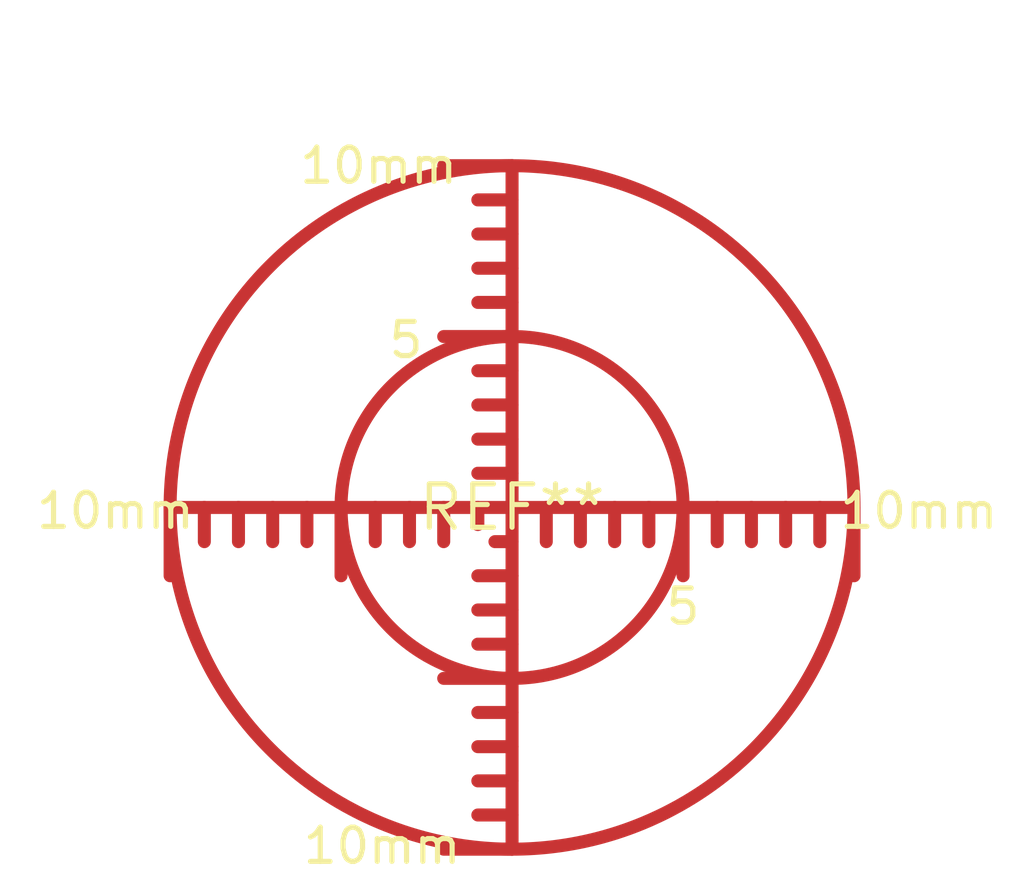
<source format=kicad_pcb>
(kicad_pcb (version 20240108) (generator pcbnew)
  (layers (0 "F.Cu" signal) (31 "B.Cu" signal) (34 "B.Paste" user) (35 "F.Paste" user) (36 "B.SilkS" user "B.Silkscreen") (37 "F.SilkS" user "F.Silkscreen") (38 "B.Mask" user) (39 "F.Mask" user) (44 "Edge.Cuts" user))
  (net 0 "")
  (footprint "Gauge_10mm_Type5_CopperTop" (layer "F.Cu") (at 0 0)
    (property "Reference" "REF**")
    (property "Value" "Gauge_10mm_Type5_CopperTop")
    (fp_line (start -9.99998 0) (end -9.99998 1.99898) (layer "F.Cu") (stroke (width 0.381)))
    (fp_line (start -8.99922 0) (end -8.99922 1.00076) (layer "F.Cu") (stroke (width 0.381)))
    (fp_line (start -8.001 0) (end -8.001 1.00076) (layer "F.Cu") (stroke (width 0.381)))
    (fp_line (start -7.00024 0) (end -7.00024 1.00076) (layer "F.Cu") (stroke (width 0.381)))
    (fp_line (start -5.99948 0) (end -5.99948 1.00076) (layer "F.Cu") (stroke (width 0.381)))
    (fp_line (start -5.00126 0) (end -5.00126 1.99898) (layer "F.Cu") (stroke (width 0.381)))
    (fp_line (start -4.0005 0) (end -4.0005 1.00076) (layer "F.Cu") (stroke (width 0.381)))
    (fp_line (start -2.99974 0) (end -2.99974 1.00076) (layer "F.Cu") (stroke (width 0.381)))
    (fp_line (start -1.99898 0) (end -1.99898 1.00076) (layer "F.Cu") (stroke (width 0.381)))
    (fp_line (start -1.00076 0) (end -1.00076 0.50038) (layer "F.Cu") (stroke (width 0.381)))
    (fp_line (start 0 -9.99998) (end -1.99898 -9.99998) (layer "F.Cu") (stroke (width 0.381)))
    (fp_line (start 0 -8.99922) (end -1.00076 -8.99922) (layer "F.Cu") (stroke (width 0.381)))
    (fp_line (start 0 -8.001) (end -1.00076 -8.001) (layer "F.Cu") (stroke (width 0.381)))
    (fp_line (start 0 -7.00024) (end -1.00076 -7.00024) (layer "F.Cu") (stroke (width 0.381)))
    (fp_line (start 0 -5.99948) (end -1.00076 -5.99948) (layer "F.Cu") (stroke (width 0.381)))
    (fp_line (start 0 -5.00126) (end -1.99898 -5.00126) (layer "F.Cu") (stroke (width 0.381)))
    (fp_line (start 0 -4.0005) (end -1.00076 -4.0005) (layer "F.Cu") (stroke (width 0.381)))
    (fp_line (start 0 -2.99974) (end -1.00076 -2.99974) (layer "F.Cu") (stroke (width 0.381)))
    (fp_line (start 0 -1.99898) (end -1.00076 -1.99898) (layer "F.Cu") (stroke (width 0.381)))
    (fp_line (start 0 -1.00076) (end -1.00076 -1.00076) (layer "F.Cu") (stroke (width 0.381)))
    (fp_line (start 0 0) (end -9.99998 0) (layer "F.Cu") (stroke (width 0.381)))
    (fp_line (start 0 0) (end 0 -9.99998) (layer "F.Cu") (stroke (width 0.381)))
    (fp_line (start 0 0) (end 0 1.99898) (layer "F.Cu") (stroke (width 0.381)))
    (fp_line (start 0 0) (end 9.99998 0) (layer "F.Cu") (stroke (width 0.381)))
    (fp_line (start 0 1.00076) (end -0.50038 1.00076) (layer "F.Cu") (stroke (width 0.381)))
    (fp_line (start 0 1.99898) (end -1.00076 1.99898) (layer "F.Cu") (stroke (width 0.381)))
    (fp_line (start 0 1.99898) (end 0 9.99998) (layer "F.Cu") (stroke (width 0.381)))
    (fp_line (start 0 2.99974) (end -1.00076 2.99974) (layer "F.Cu") (stroke (width 0.381)))
    (fp_line (start 0 4.0005) (end -1.00076 4.0005) (layer "F.Cu") (stroke (width 0.381)))
    (fp_line (start 0 5.00126) (end -1.99898 5.00126) (layer "F.Cu") (stroke (width 0.381)))
    (fp_line (start 0 5.99948) (end -1.00076 5.99948) (layer "F.Cu") (stroke (width 0.381)))
    (fp_line (start 0 7.00024) (end -1.00076 7.00024) (layer "F.Cu") (stroke (width 0.381)))
    (fp_line (start 0 8.001) (end -1.00076 8.001) (layer "F.Cu") (stroke (width 0.381)))
    (fp_line (start 0 8.99922) (end -1.00076 8.99922) (layer "F.Cu") (stroke (width 0.381)))
    (fp_line (start 0 9.99998) (end -1.99898 9.99998) (layer "F.Cu") (stroke (width 0.381)))
    (fp_line (start 1.00076 0) (end 1.00076 1.00076) (layer "F.Cu") (stroke (width 0.381)))
    (fp_line (start 1.99898 0) (end 1.99898 1.00076) (layer "F.Cu") (stroke (width 0.381)))
    (fp_line (start 2.99974 0) (end 2.99974 1.00076) (layer "F.Cu") (stroke (width 0.381)))
    (fp_line (start 4.0005 0) (end 4.0005 1.00076) (layer "F.Cu") (stroke (width 0.381)))
    (fp_line (start 5.00126 0) (end 5.00126 1.99898) (layer "F.Cu") (stroke (width 0.381)))
    (fp_line (start 5.99948 0) (end 5.99948 1.00076) (layer "F.Cu") (stroke (width 0.381)))
    (fp_line (start 7.00024 0) (end 7.00024 1.00076) (layer "F.Cu") (stroke (width 0.381)))
    (fp_line (start 8.001 0) (end 8.001 1.00076) (layer "F.Cu") (stroke (width 0.381)))
    (fp_line (start 8.99922 0) (end 8.99922 1.00076) (layer "F.Cu") (stroke (width 0.381)))
    (fp_line (start 9.99998 0) (end 9.99998 1.99898) (layer "F.Cu") (stroke (width 0.381)))
    (fp_circle (center 0 0) (end 5.00126 0) (layer "F.Cu") (stroke (width 0.381)) (fill none))
    (fp_circle (center 0 0) (end 9.99998 0) (layer "F.Cu") (stroke (width 0.381)) (fill none))
    (fp_text user "5" (at -3.10134 -4.89966 0) (layer "F.SilkS"))
    (fp_text user "10mm" (at -3.90144 -9.99998 0) (layer "F.SilkS"))
    (fp_text user "5" (at 4.99872 2.90068 0) (layer "F.SilkS"))
    (fp_text user "10mm" (at 11.8999 0.09906 0) (layer "F.SilkS"))
    (fp_text user "10mm" (at -3.79984 9.90092 0) (layer "F.SilkS"))
    (fp_text user "10mm" (at -11.60018 0.09906 0) (layer "F.SilkS"))
  )
)
</source>
